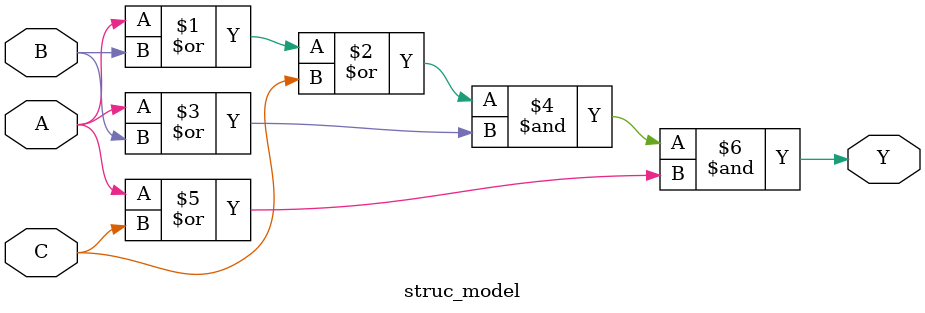
<source format=sv>


module struc_model (A,B,C,Y);
  input A,B,C;
  output Y;
  
  assign Y = (A|B|C)&(A|B)&(A|C);
endmodule
</source>
